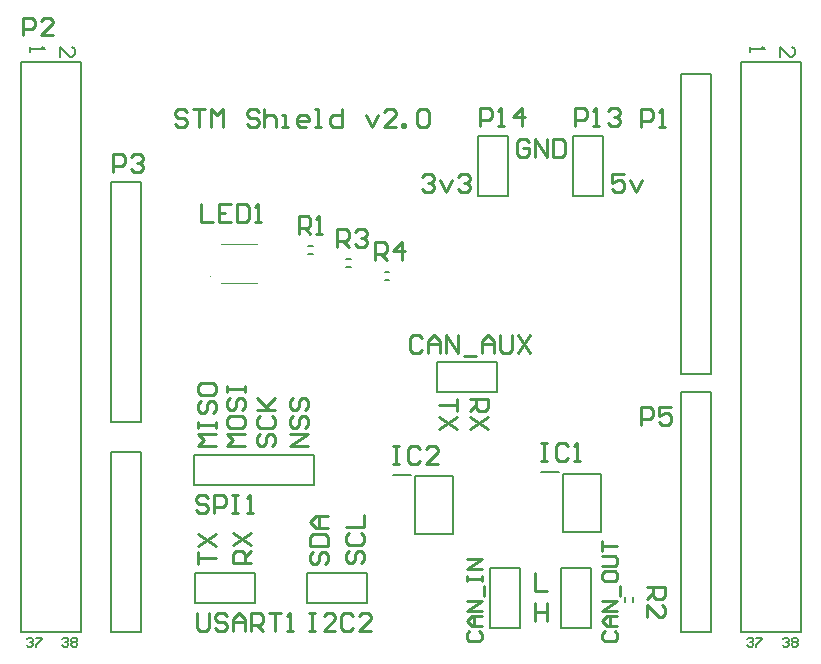
<source format=gto>
G04*
G04 #@! TF.GenerationSoftware,Altium Limited,Altium Designer,18.1.6 (161)*
G04*
G04 Layer_Color=65535*
%FSLAX25Y25*%
%MOIN*%
G70*
G01*
G75*
%ADD10C,0.00394*%
%ADD11C,0.00787*%
%ADD12C,0.01000*%
%ADD13C,0.00800*%
D10*
X71260Y125591D02*
G03*
X70866Y125591I-197J0D01*
G01*
D02*
G03*
X71260Y125591I197J0D01*
G01*
X74606Y136417D02*
X86516D01*
X74606Y123425D02*
X86516D01*
D11*
X166417Y86969D02*
Y96969D01*
X146417Y86969D02*
X166417D01*
X146417D02*
Y96969D01*
X166417D01*
X191850Y172244D02*
X201850D01*
Y152244D02*
Y172244D01*
X191850Y152244D02*
X201850D01*
X191850D02*
Y172244D01*
X160354Y172323D02*
X170354D01*
Y152323D02*
Y172323D01*
X160354Y152323D02*
X170354D01*
X160354D02*
Y172323D01*
X131988Y59370D02*
X137992D01*
X139370Y39567D02*
Y58858D01*
Y39567D02*
X151969D01*
Y58858D01*
X139370D02*
X151969D01*
X37795Y6969D02*
Y66969D01*
X47795Y6969D02*
Y66969D01*
X37795D02*
X47795D01*
X37795Y6969D02*
X47795D01*
X237795D02*
Y86969D01*
X227795D02*
X237795D01*
X227795Y6969D02*
Y86969D01*
Y6969D02*
X237795D01*
X227795Y92953D02*
X237795D01*
X227795D02*
Y192953D01*
X237795D01*
Y185453D02*
Y192953D01*
Y92953D02*
Y185453D01*
X164291Y8319D02*
Y28319D01*
Y8319D02*
X174291D01*
Y28319D01*
X164291D02*
X174291D01*
X187913Y8319D02*
Y28319D01*
Y8319D02*
X197913D01*
Y28319D01*
X187913D02*
X197913D01*
X7795Y6969D02*
Y196969D01*
X27795Y6969D02*
Y196969D01*
X7795D02*
X27795D01*
X7795Y6969D02*
X27795D01*
X212008Y16929D02*
Y18504D01*
X209252Y16929D02*
Y18504D01*
X37795Y76969D02*
X47795D01*
X37795D02*
Y156969D01*
X47795D01*
Y76969D02*
Y156969D01*
X247795Y6969D02*
Y196969D01*
X267795Y6969D02*
Y196969D01*
X247795D02*
X267795D01*
X247795Y6969D02*
X267795D01*
X181201Y60158D02*
X187205D01*
X188583Y40355D02*
Y59646D01*
Y40355D02*
X201181D01*
Y59646D01*
X188583D02*
X201181D01*
X65551Y56024D02*
Y66024D01*
X105551D01*
X65551Y56024D02*
X105551D01*
Y66024D01*
X65866Y16654D02*
Y26654D01*
X85866D01*
Y16654D02*
Y26654D01*
X65866Y16654D02*
X85866D01*
X123110D02*
Y26654D01*
X103110Y16654D02*
X123110D01*
X103110D02*
Y26654D01*
X123110D01*
X103543Y135630D02*
X105118D01*
X103543Y132874D02*
X105118D01*
X116339Y131299D02*
X117913D01*
X116339Y128543D02*
X117913D01*
X129134Y126969D02*
X130709D01*
X129134Y124213D02*
X130709D01*
D12*
X157480Y84646D02*
X163478D01*
Y81647D01*
X162479Y80647D01*
X160479D01*
X159480Y81647D01*
Y84646D01*
Y82646D02*
X157480Y80647D01*
X163478Y78648D02*
X157480Y74649D01*
X163478D02*
X157480Y78648D01*
X153242Y84646D02*
Y80647D01*
Y82646D01*
X147244D01*
X153242Y78648D02*
X147244Y74649D01*
X153242D02*
X147244Y78648D01*
X63054Y180195D02*
X62054Y181195D01*
X60055D01*
X59055Y180195D01*
Y179196D01*
X60055Y178196D01*
X62054D01*
X63054Y177196D01*
Y176197D01*
X62054Y175197D01*
X60055D01*
X59055Y176197D01*
X65053Y181195D02*
X69052D01*
X67053D01*
Y175197D01*
X71051D02*
Y181195D01*
X73051Y179196D01*
X75050Y181195D01*
Y175197D01*
X87046Y180195D02*
X86046Y181195D01*
X84047D01*
X83047Y180195D01*
Y179196D01*
X84047Y178196D01*
X86046D01*
X87046Y177196D01*
Y176197D01*
X86046Y175197D01*
X84047D01*
X83047Y176197D01*
X89045Y181195D02*
Y175197D01*
Y178196D01*
X90045Y179196D01*
X92044D01*
X93044Y178196D01*
Y175197D01*
X95043D02*
X97043D01*
X96043D01*
Y179196D01*
X95043D01*
X103041Y175197D02*
X101041D01*
X100042Y176197D01*
Y178196D01*
X101041Y179196D01*
X103041D01*
X104041Y178196D01*
Y177196D01*
X100042D01*
X106040Y175197D02*
X108039D01*
X107040D01*
Y181195D01*
X106040D01*
X115037D02*
Y175197D01*
X112038D01*
X111038Y176197D01*
Y178196D01*
X112038Y179196D01*
X115037D01*
X123034D02*
X125034Y175197D01*
X127033Y179196D01*
X133031Y175197D02*
X129033D01*
X133031Y179196D01*
Y180195D01*
X132032Y181195D01*
X130032D01*
X129033Y180195D01*
X135030Y175197D02*
Y176197D01*
X136030D01*
Y175197D01*
X135030D01*
X140029Y180195D02*
X141029Y181195D01*
X143028D01*
X144028Y180195D01*
Y176197D01*
X143028Y175197D01*
X141029D01*
X140029Y176197D01*
Y180195D01*
X177227Y170353D02*
X176227Y171352D01*
X174228D01*
X173228Y170353D01*
Y166354D01*
X174228Y165354D01*
X176227D01*
X177227Y166354D01*
Y168353D01*
X175228D01*
X179226Y165354D02*
Y171352D01*
X183225Y165354D01*
Y171352D01*
X185224D02*
Y165354D01*
X188224D01*
X189223Y166354D01*
Y170353D01*
X188224Y171352D01*
X185224D01*
X103543Y68898D02*
X97545D01*
X103543Y72896D01*
X97545D01*
X98545Y78894D02*
X97545Y77895D01*
Y75895D01*
X98545Y74896D01*
X99545D01*
X100544Y75895D01*
Y77895D01*
X101544Y78894D01*
X102544D01*
X103543Y77895D01*
Y75895D01*
X102544Y74896D01*
X98545Y84892D02*
X97545Y83893D01*
Y81893D01*
X98545Y80894D01*
X99545D01*
X100544Y81893D01*
Y83893D01*
X101544Y84892D01*
X102544D01*
X103543Y83893D01*
Y81893D01*
X102544Y80894D01*
X87521Y72896D02*
X86522Y71897D01*
Y69897D01*
X87521Y68898D01*
X88521D01*
X89521Y69897D01*
Y71897D01*
X90520Y72896D01*
X91520D01*
X92520Y71897D01*
Y69897D01*
X91520Y68898D01*
X87521Y78894D02*
X86522Y77895D01*
Y75895D01*
X87521Y74896D01*
X91520D01*
X92520Y75895D01*
Y77895D01*
X91520Y78894D01*
X86522Y80894D02*
X92520D01*
X90520D01*
X86522Y84892D01*
X89521Y81893D01*
X92520Y84892D01*
X82677Y68898D02*
X76679D01*
X78679Y70897D01*
X76679Y72896D01*
X82677D01*
X76679Y77895D02*
Y75895D01*
X77679Y74896D01*
X81678D01*
X82677Y75895D01*
Y77895D01*
X81678Y78894D01*
X77679D01*
X76679Y77895D01*
X77679Y84892D02*
X76679Y83893D01*
Y81893D01*
X77679Y80894D01*
X78679D01*
X79678Y81893D01*
Y83893D01*
X80678Y84892D01*
X81678D01*
X82677Y83893D01*
Y81893D01*
X81678Y80894D01*
X76679Y86892D02*
Y88891D01*
Y87892D01*
X82677D01*
Y86892D01*
Y88891D01*
X72835Y68898D02*
X66837D01*
X68836Y70897D01*
X66837Y72896D01*
X72835D01*
X66837Y74896D02*
Y76895D01*
Y75895D01*
X72835D01*
Y74896D01*
Y76895D01*
X67836Y83893D02*
X66837Y82893D01*
Y80894D01*
X67836Y79894D01*
X68836D01*
X69836Y80894D01*
Y82893D01*
X70835Y83893D01*
X71835D01*
X72835Y82893D01*
Y80894D01*
X71835Y79894D01*
X66837Y88891D02*
Y86892D01*
X67836Y85892D01*
X71835D01*
X72835Y86892D01*
Y88891D01*
X71835Y89891D01*
X67836D01*
X66837Y88891D01*
X84646Y30026D02*
X78648D01*
Y33025D01*
X79647Y34025D01*
X81647D01*
X82646Y33025D01*
Y30026D01*
Y32025D02*
X84646Y34025D01*
X78648Y36024D02*
X84646Y40023D01*
X78648D02*
X84646Y36024D01*
X66837Y29528D02*
Y33526D01*
Y31527D01*
X72835D01*
X66837Y35526D02*
X72835Y39524D01*
X66837D02*
X72835Y35526D01*
X117049Y34025D02*
X116049Y33025D01*
Y31026D01*
X117049Y30026D01*
X118049D01*
X119048Y31026D01*
Y33025D01*
X120048Y34025D01*
X121048D01*
X122047Y33025D01*
Y31026D01*
X121048Y30026D01*
X117049Y40023D02*
X116049Y39023D01*
Y37024D01*
X117049Y36024D01*
X121048D01*
X122047Y37024D01*
Y39023D01*
X121048Y40023D01*
X116049Y42022D02*
X122047D01*
Y46021D01*
X105238Y33526D02*
X104238Y32527D01*
Y30527D01*
X105238Y29528D01*
X106237D01*
X107237Y30527D01*
Y32527D01*
X108237Y33526D01*
X109237D01*
X110236Y32527D01*
Y30527D01*
X109237Y29528D01*
X104238Y35526D02*
X110236D01*
Y38525D01*
X109237Y39524D01*
X105238D01*
X104238Y38525D01*
Y35526D01*
X110236Y41524D02*
X106237D01*
X104238Y43523D01*
X106237Y45522D01*
X110236D01*
X107237D01*
Y41524D01*
X179134Y16628D02*
Y10630D01*
Y13629D01*
X183133D01*
Y16628D01*
Y10630D01*
X179134Y26786D02*
Y20788D01*
X183133D01*
X160942Y175676D02*
Y181674D01*
X163942D01*
X164941Y180674D01*
Y178675D01*
X163942Y177675D01*
X160942D01*
X166940Y175676D02*
X168940D01*
X167940D01*
Y181674D01*
X166940Y180674D01*
X174938Y175676D02*
Y181674D01*
X171939Y178675D01*
X175938D01*
X141634Y158542D02*
X142633Y159541D01*
X144633D01*
X145633Y158542D01*
Y157542D01*
X144633Y156542D01*
X143633D01*
X144633D01*
X145633Y155543D01*
Y154543D01*
X144633Y153543D01*
X142633D01*
X141634Y154543D01*
X147632Y157542D02*
X149631Y153543D01*
X151631Y157542D01*
X153630Y158542D02*
X154630Y159541D01*
X156629D01*
X157629Y158542D01*
Y157542D01*
X156629Y156542D01*
X155629D01*
X156629D01*
X157629Y155543D01*
Y154543D01*
X156629Y153543D01*
X154630D01*
X153630Y154543D01*
X192426Y175676D02*
Y181674D01*
X195425D01*
X196425Y180674D01*
Y178675D01*
X195425Y177675D01*
X192426D01*
X198424Y175676D02*
X200423D01*
X199424D01*
Y181674D01*
X198424Y180674D01*
X203422D02*
X204422Y181674D01*
X206421D01*
X207421Y180674D01*
Y179674D01*
X206421Y178675D01*
X205422D01*
X206421D01*
X207421Y177675D01*
Y176675D01*
X206421Y175676D01*
X204422D01*
X203422Y176675D01*
X208723Y159541D02*
X204724D01*
Y156542D01*
X206724Y157542D01*
X207723D01*
X208723Y156542D01*
Y154543D01*
X207723Y153543D01*
X205724D01*
X204724Y154543D01*
X210722Y157542D02*
X212722Y153543D01*
X214721Y157542D01*
X141400Y104841D02*
X140401Y105841D01*
X138401D01*
X137401Y104841D01*
Y100842D01*
X138401Y99843D01*
X140401D01*
X141400Y100842D01*
X143400Y99843D02*
Y103841D01*
X145399Y105841D01*
X147398Y103841D01*
Y99843D01*
Y102842D01*
X143400D01*
X149398Y99843D02*
Y105841D01*
X153396Y99843D01*
Y105841D01*
X155396Y98843D02*
X159394D01*
X161394Y99843D02*
Y103841D01*
X163393Y105841D01*
X165392Y103841D01*
Y99843D01*
Y102842D01*
X161394D01*
X167392Y105841D02*
Y100842D01*
X168391Y99843D01*
X170391D01*
X171390Y100842D01*
Y105841D01*
X173390D02*
X177389Y99843D01*
Y105841D02*
X173390Y99843D01*
X131909Y69098D02*
X133909D01*
X132909D01*
Y63100D01*
X131909D01*
X133909D01*
X140907Y68098D02*
X139907Y69098D01*
X137908D01*
X136908Y68098D01*
Y64100D01*
X137908Y63100D01*
X139907D01*
X140907Y64100D01*
X146905Y63100D02*
X142906D01*
X146905Y67099D01*
Y68098D01*
X145905Y69098D01*
X143906D01*
X142906Y68098D01*
X8400Y205800D02*
Y211798D01*
X11399D01*
X12399Y210798D01*
Y208799D01*
X11399Y207799D01*
X8400D01*
X18397Y205800D02*
X14398D01*
X18397Y209799D01*
Y210798D01*
X17397Y211798D01*
X15398D01*
X14398Y210798D01*
X126031Y131000D02*
Y136998D01*
X129031D01*
X130030Y135998D01*
Y133999D01*
X129031Y132999D01*
X126031D01*
X128031D02*
X130030Y131000D01*
X135029D02*
Y136998D01*
X132030Y133999D01*
X136028D01*
X113176Y135271D02*
Y141269D01*
X116175D01*
X117175Y140270D01*
Y138270D01*
X116175Y137271D01*
X113176D01*
X115175D02*
X117175Y135271D01*
X119174Y140270D02*
X120174Y141269D01*
X122173D01*
X123173Y140270D01*
Y139270D01*
X122173Y138270D01*
X121173D01*
X122173D01*
X123173Y137271D01*
Y136271D01*
X122173Y135271D01*
X120174D01*
X119174Y136271D01*
X216535Y21969D02*
X222533D01*
Y18970D01*
X221534Y17970D01*
X219534D01*
X218535Y18970D01*
Y21969D01*
Y19969D02*
X216535Y17970D01*
Y11972D02*
Y15970D01*
X220534Y11972D01*
X221534D01*
X222533Y12971D01*
Y14971D01*
X221534Y15970D01*
X100381Y139602D02*
Y145600D01*
X103380D01*
X104379Y144600D01*
Y142601D01*
X103380Y141601D01*
X100381D01*
X102380D02*
X104379Y139602D01*
X106379D02*
X108378D01*
X107378D01*
Y145600D01*
X106379Y144600D01*
X103715Y13298D02*
X105714D01*
X104715D01*
Y7300D01*
X103715D01*
X105714D01*
X112712D02*
X108713D01*
X112712Y11299D01*
Y12298D01*
X111712Y13298D01*
X109713D01*
X108713Y12298D01*
X118710D02*
X117710Y13298D01*
X115711D01*
X114711Y12298D01*
Y8300D01*
X115711Y7300D01*
X117710D01*
X118710Y8300D01*
X124708Y7300D02*
X120710D01*
X124708Y11299D01*
Y12298D01*
X123709Y13298D01*
X121709D01*
X120710Y12298D01*
X70199Y51598D02*
X69199Y52598D01*
X67200D01*
X66200Y51598D01*
Y50599D01*
X67200Y49599D01*
X69199D01*
X70199Y48599D01*
Y47600D01*
X69199Y46600D01*
X67200D01*
X66200Y47600D01*
X72198Y46600D02*
Y52598D01*
X75197D01*
X76197Y51598D01*
Y49599D01*
X75197Y48599D01*
X72198D01*
X78196Y52598D02*
X80195D01*
X79196D01*
Y46600D01*
X78196D01*
X80195D01*
X83195D02*
X85194D01*
X84194D01*
Y52598D01*
X83195Y51598D01*
X66500Y13298D02*
Y8300D01*
X67500Y7300D01*
X69499D01*
X70499Y8300D01*
Y13298D01*
X76497Y12298D02*
X75497Y13298D01*
X73498D01*
X72498Y12298D01*
Y11299D01*
X73498Y10299D01*
X75497D01*
X76497Y9299D01*
Y8300D01*
X75497Y7300D01*
X73498D01*
X72498Y8300D01*
X78496Y7300D02*
Y11299D01*
X80496Y13298D01*
X82495Y11299D01*
Y7300D01*
Y10299D01*
X78496D01*
X84494Y7300D02*
Y13298D01*
X87493D01*
X88493Y12298D01*
Y10299D01*
X87493Y9299D01*
X84494D01*
X86493D02*
X88493Y7300D01*
X90492Y13298D02*
X94491D01*
X92492D01*
Y7300D01*
X96490D02*
X98490D01*
X97490D01*
Y13298D01*
X96490Y12298D01*
X202528Y7269D02*
X201694Y6436D01*
Y4770D01*
X202528Y3937D01*
X205860D01*
X206693Y4770D01*
Y6436D01*
X205860Y7269D01*
X206693Y8935D02*
X203361D01*
X201694Y10601D01*
X203361Y12268D01*
X206693D01*
X204194D01*
Y8935D01*
X206693Y13934D02*
X201694D01*
X206693Y17266D01*
X201694D01*
X207526Y18932D02*
Y22264D01*
X201694Y26430D02*
Y24764D01*
X202528Y23931D01*
X205860D01*
X206693Y24764D01*
Y26430D01*
X205860Y27263D01*
X202528D01*
X201694Y26430D01*
Y28929D02*
X205860D01*
X206693Y29762D01*
Y31428D01*
X205860Y32261D01*
X201694D01*
Y33927D02*
Y37260D01*
Y35593D01*
X206693D01*
X157252Y7269D02*
X156419Y6436D01*
Y4770D01*
X157252Y3937D01*
X160584D01*
X161417Y4770D01*
Y6436D01*
X160584Y7269D01*
X161417Y8935D02*
X158085D01*
X156419Y10601D01*
X158085Y12268D01*
X161417D01*
X158918D01*
Y8935D01*
X161417Y13934D02*
X156419D01*
X161417Y17266D01*
X156419D01*
X162250Y18932D02*
Y22264D01*
X156419Y23931D02*
Y25597D01*
Y24764D01*
X161417D01*
Y23931D01*
Y25597D01*
Y28096D02*
X156419D01*
X161417Y31428D01*
X156419D01*
X214567Y75937D02*
Y81935D01*
X217566D01*
X218566Y80935D01*
Y78936D01*
X217566Y77936D01*
X214567D01*
X224564Y81935D02*
X220565D01*
Y78936D01*
X222564Y79936D01*
X223564D01*
X224564Y78936D01*
Y76937D01*
X223564Y75937D01*
X221565D01*
X220565Y76937D01*
X38400Y160400D02*
Y166398D01*
X41399D01*
X42399Y165398D01*
Y163399D01*
X41399Y162399D01*
X38400D01*
X44398Y165398D02*
X45398Y166398D01*
X47397D01*
X48397Y165398D01*
Y164399D01*
X47397Y163399D01*
X46397D01*
X47397D01*
X48397Y162399D01*
Y161400D01*
X47397Y160400D01*
X45398D01*
X44398Y161400D01*
X214567Y175197D02*
Y181195D01*
X217566D01*
X218566Y180195D01*
Y178196D01*
X217566Y177196D01*
X214567D01*
X220565Y175197D02*
X222564D01*
X221565D01*
Y181195D01*
X220565Y180195D01*
X67769Y149503D02*
Y143505D01*
X71767D01*
X77765Y149503D02*
X73767D01*
Y143505D01*
X77765D01*
X73767Y146504D02*
X75766D01*
X79765Y149503D02*
Y143505D01*
X82764D01*
X83763Y144504D01*
Y148503D01*
X82764Y149503D01*
X79765D01*
X85763Y143505D02*
X87762D01*
X86762D01*
Y149503D01*
X85763Y148503D01*
X181152Y69886D02*
X183151D01*
X182152D01*
Y63888D01*
X181152D01*
X183151D01*
X190149Y68886D02*
X189149Y69886D01*
X187150D01*
X186150Y68886D01*
Y64887D01*
X187150Y63888D01*
X189149D01*
X190149Y64887D01*
X192148Y63888D02*
X194148D01*
X193148D01*
Y69886D01*
X192148Y68886D01*
D13*
X20795Y198636D02*
Y201969D01*
X24127Y198636D01*
X24961D01*
X25794Y199469D01*
Y201135D01*
X24961Y201969D01*
X10795D02*
Y200302D01*
Y201135D01*
X15794D01*
X14961Y201969D01*
X9843Y4468D02*
X10342Y4967D01*
X11342D01*
X11842Y4468D01*
Y3968D01*
X11342Y3468D01*
X10842D01*
X11342D01*
X11842Y2968D01*
Y2468D01*
X11342Y1969D01*
X10342D01*
X9843Y2468D01*
X12842Y4967D02*
X14841D01*
Y4468D01*
X12842Y2468D01*
Y1969D01*
X21654Y4468D02*
X22153Y4967D01*
X23153D01*
X23653Y4468D01*
Y3968D01*
X23153Y3468D01*
X22653D01*
X23153D01*
X23653Y2968D01*
Y2468D01*
X23153Y1969D01*
X22153D01*
X21654Y2468D01*
X24653Y4468D02*
X25152Y4967D01*
X26152D01*
X26652Y4468D01*
Y3968D01*
X26152Y3468D01*
X26652Y2968D01*
Y2468D01*
X26152Y1969D01*
X25152D01*
X24653Y2468D01*
Y2968D01*
X25152Y3468D01*
X24653Y3968D01*
Y4468D01*
X25152Y3468D02*
X26152D01*
X260795Y198636D02*
Y201969D01*
X264127Y198636D01*
X264961D01*
X265794Y199469D01*
Y201135D01*
X264961Y201969D01*
X250795D02*
Y200302D01*
Y201135D01*
X255794D01*
X254961Y201969D01*
X250000Y4468D02*
X250500Y4967D01*
X251500D01*
X251999Y4468D01*
Y3968D01*
X251500Y3468D01*
X251000D01*
X251500D01*
X251999Y2968D01*
Y2468D01*
X251500Y1969D01*
X250500D01*
X250000Y2468D01*
X252999Y4967D02*
X254998D01*
Y4468D01*
X252999Y2468D01*
Y1969D01*
X261811Y4468D02*
X262311Y4967D01*
X263311D01*
X263810Y4468D01*
Y3968D01*
X263311Y3468D01*
X262811D01*
X263311D01*
X263810Y2968D01*
Y2468D01*
X263311Y1969D01*
X262311D01*
X261811Y2468D01*
X264810Y4468D02*
X265310Y4967D01*
X266310D01*
X266809Y4468D01*
Y3968D01*
X266310Y3468D01*
X266809Y2968D01*
Y2468D01*
X266310Y1969D01*
X265310D01*
X264810Y2468D01*
Y2968D01*
X265310Y3468D01*
X264810Y3968D01*
Y4468D01*
X265310Y3468D02*
X266310D01*
M02*

</source>
